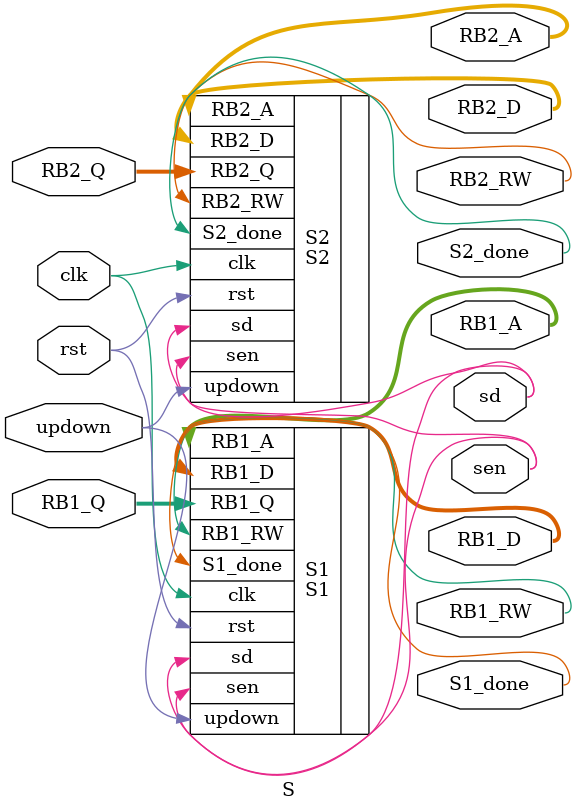
<source format=v>
`include "./rtl/S1.v"
`include "./rtl/S2.v"
module S
(
	input					clk,
	input					rst,
	input					updown,
	output	wire			S1_done,
	output	wire			sen,
	output	wire			sd,
	output	wire			S2_done,
	output	wire			RB1_RW,
	output	wire	[4:0]	RB1_A,
	output	wire	[7:0]	RB1_D,
	input			[7:0]	RB1_Q,
	output	wire			RB2_RW,
	output	wire	[2:0]	RB2_A,
	output	wire	[17:0]	RB2_D,
	input			[17:0]	RB2_Q
	);

	S1 S1(
	.clk(clk),
	.rst(rst),
	.updown(updown),
	.S1_done(S1_done),
	.RB1_RW(RB1_RW),
	.RB1_A(RB1_A),
	.RB1_D(RB1_D),
	.RB1_Q(RB1_Q),
	.sen(sen),
	.sd(sd)
	);

	S2 S2(
	.clk(clk),
	.rst(rst),
	.updown(updown),
	.S2_done(S2_done),
	.RB2_RW(RB2_RW),
	.RB2_A(RB2_A),
	.RB2_D(RB2_D),
	.RB2_Q(RB2_Q),
	.sen(sen),
	.sd(sd)
	);

endmodule
</source>
